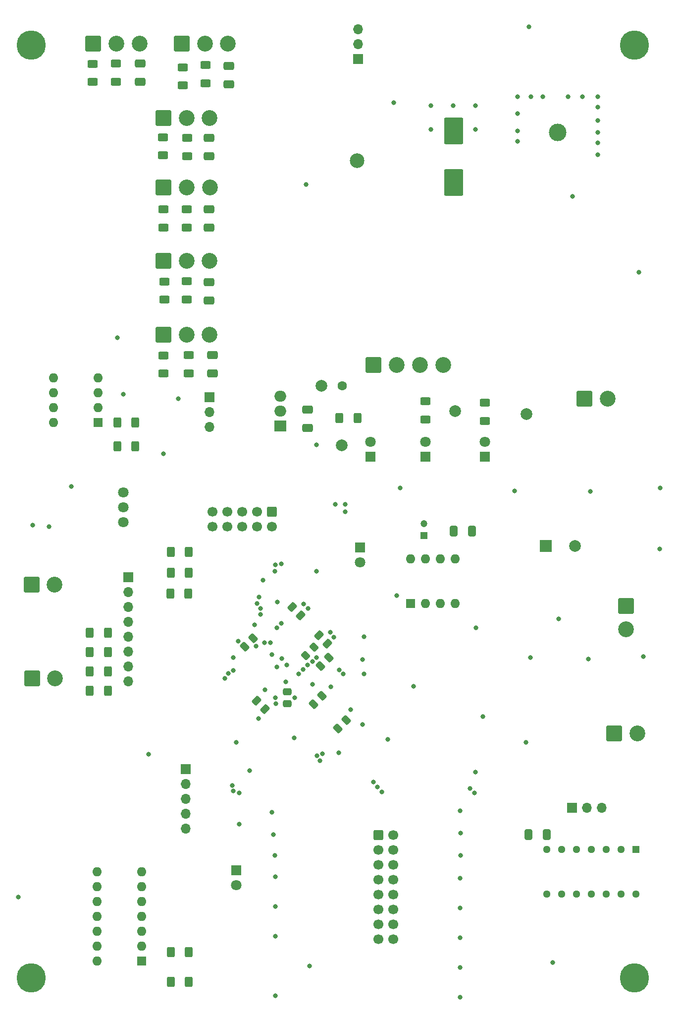
<source format=gbs>
G04 #@! TF.GenerationSoftware,KiCad,Pcbnew,7.0.7*
G04 #@! TF.CreationDate,2023-10-20T13:35:02-04:00*
G04 #@! TF.ProjectId,Schematic,53636865-6d61-4746-9963-2e6b69636164,rev?*
G04 #@! TF.SameCoordinates,Original*
G04 #@! TF.FileFunction,Soldermask,Bot*
G04 #@! TF.FilePolarity,Negative*
%FSLAX46Y46*%
G04 Gerber Fmt 4.6, Leading zero omitted, Abs format (unit mm)*
G04 Created by KiCad (PCBNEW 7.0.7) date 2023-10-20 13:35:02*
%MOMM*%
%LPD*%
G01*
G04 APERTURE LIST*
G04 Aperture macros list*
%AMRoundRect*
0 Rectangle with rounded corners*
0 $1 Rounding radius*
0 $2 $3 $4 $5 $6 $7 $8 $9 X,Y pos of 4 corners*
0 Add a 4 corners polygon primitive as box body*
4,1,4,$2,$3,$4,$5,$6,$7,$8,$9,$2,$3,0*
0 Add four circle primitives for the rounded corners*
1,1,$1+$1,$2,$3*
1,1,$1+$1,$4,$5*
1,1,$1+$1,$6,$7*
1,1,$1+$1,$8,$9*
0 Add four rect primitives between the rounded corners*
20,1,$1+$1,$2,$3,$4,$5,0*
20,1,$1+$1,$4,$5,$6,$7,0*
20,1,$1+$1,$6,$7,$8,$9,0*
20,1,$1+$1,$8,$9,$2,$3,0*%
G04 Aperture macros list end*
%ADD10RoundRect,0.250000X0.400000X0.625000X-0.400000X0.625000X-0.400000X-0.625000X0.400000X-0.625000X0*%
%ADD11C,1.800000*%
%ADD12RoundRect,0.250001X-1.099999X-1.099999X1.099999X-1.099999X1.099999X1.099999X-1.099999X1.099999X0*%
%ADD13C,2.700000*%
%ADD14C,2.000000*%
%ADD15R,1.800000X1.800000*%
%ADD16C,5.000000*%
%ADD17RoundRect,0.250001X-1.099999X1.099999X-1.099999X-1.099999X1.099999X-1.099999X1.099999X1.099999X0*%
%ADD18R,1.600000X1.600000*%
%ADD19O,1.600000X1.600000*%
%ADD20R,1.700000X1.700000*%
%ADD21O,1.700000X1.700000*%
%ADD22R,2.000000X1.905000*%
%ADD23O,2.000000X1.905000*%
%ADD24RoundRect,0.250000X-0.600000X-0.600000X0.600000X-0.600000X0.600000X0.600000X-0.600000X0.600000X0*%
%ADD25C,1.700000*%
%ADD26RoundRect,0.250000X1.400000X-2.000000X1.400000X2.000000X-1.400000X2.000000X-1.400000X-2.000000X0*%
%ADD27RoundRect,0.250000X-1.400000X2.000000X-1.400000X-2.000000X1.400000X-2.000000X1.400000X2.000000X0*%
%ADD28RoundRect,0.250000X-0.600000X0.600000X-0.600000X-0.600000X0.600000X-0.600000X0.600000X0.600000X0*%
%ADD29R,2.000000X2.000000*%
%ADD30R,1.295400X1.295400*%
%ADD31C,1.295400*%
%ADD32R,1.200000X1.200000*%
%ADD33C,1.200000*%
%ADD34RoundRect,0.250000X-0.400000X-0.625000X0.400000X-0.625000X0.400000X0.625000X-0.400000X0.625000X0*%
%ADD35RoundRect,0.250000X0.625000X-0.400000X0.625000X0.400000X-0.625000X0.400000X-0.625000X-0.400000X0*%
%ADD36RoundRect,0.250000X-0.475000X0.337500X-0.475000X-0.337500X0.475000X-0.337500X0.475000X0.337500X0*%
%ADD37RoundRect,0.250000X-0.625000X0.400000X-0.625000X-0.400000X0.625000X-0.400000X0.625000X0.400000X0*%
%ADD38RoundRect,0.250000X-0.574524X-0.097227X-0.097227X-0.574524X0.574524X0.097227X0.097227X0.574524X0*%
%ADD39RoundRect,0.250000X-0.412500X-0.650000X0.412500X-0.650000X0.412500X0.650000X-0.412500X0.650000X0*%
%ADD40RoundRect,0.250000X0.650000X-0.412500X0.650000X0.412500X-0.650000X0.412500X-0.650000X-0.412500X0*%
%ADD41RoundRect,0.250000X0.412500X0.650000X-0.412500X0.650000X-0.412500X-0.650000X0.412500X-0.650000X0*%
%ADD42RoundRect,0.250000X0.097227X-0.574524X0.574524X-0.097227X-0.097227X0.574524X-0.574524X0.097227X0*%
%ADD43RoundRect,0.250000X-0.097227X0.574524X-0.574524X0.097227X0.097227X-0.574524X0.574524X-0.097227X0*%
%ADD44RoundRect,0.250000X-0.650000X0.412500X-0.650000X-0.412500X0.650000X-0.412500X0.650000X0.412500X0*%
%ADD45RoundRect,0.250000X-0.088388X0.548008X-0.548008X0.088388X0.088388X-0.548008X0.548008X-0.088388X0*%
%ADD46C,0.800000*%
%ADD47C,2.500000*%
%ADD48C,1.600000*%
%ADD49C,3.000000*%
G04 APERTURE END LIST*
D10*
X59716000Y-98044000D03*
X56616000Y-98044000D03*
X59716000Y-93980000D03*
X56616000Y-93980000D03*
D11*
X57658000Y-105918000D03*
X57658000Y-108458000D03*
X57658000Y-110998000D03*
D12*
X67645000Y-29337000D03*
D13*
X71605000Y-29337000D03*
X75565000Y-29337000D03*
D14*
X114427000Y-92075000D03*
D15*
X119507000Y-99822000D03*
D11*
X119507000Y-97282000D03*
D12*
X100454500Y-84159000D03*
D13*
X104414500Y-84159000D03*
X108374500Y-84159000D03*
X112334500Y-84159000D03*
D12*
X42057500Y-137668000D03*
D13*
X46017500Y-137668000D03*
D16*
X145003000Y-188818000D03*
X145003000Y-29622000D03*
D17*
X143637000Y-125349000D03*
D13*
X143637000Y-129309000D03*
D18*
X106817000Y-124958000D03*
D19*
X109357000Y-124958000D03*
X111897000Y-124958000D03*
X114437000Y-124958000D03*
X114437000Y-117338000D03*
X111897000Y-117338000D03*
X109357000Y-117338000D03*
X106817000Y-117338000D03*
D20*
X72390000Y-89677000D03*
D21*
X72390000Y-92217000D03*
X72390000Y-94757000D03*
D12*
X64507500Y-41995000D03*
D13*
X68467500Y-41995000D03*
X72427500Y-41995000D03*
D20*
X134381000Y-159766000D03*
D21*
X136921000Y-159766000D03*
X139461000Y-159766000D03*
D22*
X84511000Y-94615000D03*
D23*
X84511000Y-92075000D03*
X84511000Y-89535000D03*
D12*
X41970500Y-121666000D03*
D13*
X45930500Y-121666000D03*
D16*
X41941000Y-188818000D03*
D12*
X141582000Y-147066000D03*
D13*
X145542000Y-147066000D03*
D20*
X58547000Y-120396000D03*
D21*
X58547000Y-122936000D03*
X58547000Y-125476000D03*
X58547000Y-128016000D03*
X58547000Y-130556000D03*
X58547000Y-133096000D03*
X58547000Y-135636000D03*
X58547000Y-138176000D03*
D14*
X126619000Y-92583000D03*
D15*
X76962000Y-170434000D03*
D11*
X76962000Y-172974000D03*
D16*
X41941000Y-29622000D03*
D20*
X68326000Y-153162000D03*
D21*
X68326000Y-155702000D03*
X68326000Y-158242000D03*
X68326000Y-160782000D03*
X68326000Y-163322000D03*
D24*
X101245000Y-164465000D03*
D25*
X103785000Y-164465000D03*
X101245000Y-167005000D03*
X103785000Y-167005000D03*
X101245000Y-169545000D03*
X103785000Y-169545000D03*
X101245000Y-172085000D03*
X103785000Y-172085000D03*
X101245000Y-174625000D03*
X103785000Y-174625000D03*
X101245000Y-177165000D03*
X103785000Y-177165000D03*
X101245000Y-179705000D03*
X103785000Y-179705000D03*
X101245000Y-182245000D03*
X103785000Y-182245000D03*
D12*
X64539000Y-53848000D03*
D13*
X68499000Y-53848000D03*
X72459000Y-53848000D03*
D15*
X99949000Y-99822000D03*
D11*
X99949000Y-97282000D03*
D26*
X114173000Y-52994000D03*
D27*
X114173000Y-44194000D03*
D28*
X83058000Y-109220000D03*
D25*
X83058000Y-111760000D03*
X80518000Y-109220000D03*
X80518000Y-111760000D03*
X77978000Y-109220000D03*
X77978000Y-111760000D03*
X75438000Y-109220000D03*
X75438000Y-111760000D03*
X72898000Y-109220000D03*
X72898000Y-111760000D03*
D12*
X52532000Y-29337000D03*
D13*
X56492000Y-29337000D03*
X60452000Y-29337000D03*
D12*
X136502000Y-89916000D03*
D13*
X140462000Y-89916000D03*
D15*
X98171000Y-115316000D03*
D11*
X98171000Y-117856000D03*
D14*
X91567000Y-87757000D03*
D29*
X129911000Y-115072000D03*
D14*
X134911000Y-115072000D03*
D12*
X64516000Y-78994000D03*
D13*
X68476000Y-78994000D03*
X72436000Y-78994000D03*
D12*
X64516000Y-66421000D03*
D13*
X68476000Y-66421000D03*
X72436000Y-66421000D03*
D15*
X109347000Y-99822000D03*
D11*
X109347000Y-97282000D03*
D30*
X145288000Y-166878000D03*
D31*
X142748000Y-166878000D03*
X140208000Y-166878000D03*
X137668000Y-166878000D03*
X135128000Y-166878000D03*
X132588000Y-166878000D03*
X130048000Y-166878000D03*
X130048000Y-174498000D03*
X132588000Y-174498000D03*
X135128000Y-174498000D03*
X137668000Y-174498000D03*
X140208000Y-174498000D03*
X142748000Y-174498000D03*
X145288000Y-174498000D03*
D18*
X60833000Y-185928000D03*
D19*
X60833000Y-183388000D03*
X60833000Y-180848000D03*
X60833000Y-178308000D03*
X60833000Y-175768000D03*
X60833000Y-173228000D03*
X60833000Y-170688000D03*
X53213000Y-170688000D03*
X53213000Y-173228000D03*
X53213000Y-175768000D03*
X53213000Y-178308000D03*
X53213000Y-180848000D03*
X53213000Y-183388000D03*
X53213000Y-185928000D03*
D32*
X109083000Y-113294000D03*
D33*
X109083000Y-111294000D03*
D18*
X53340000Y-93980000D03*
D19*
X53340000Y-91440000D03*
X53340000Y-88900000D03*
X53340000Y-86360000D03*
X45720000Y-86360000D03*
X45720000Y-88900000D03*
X45720000Y-91440000D03*
X45720000Y-93980000D03*
D14*
X94996000Y-97917000D03*
D20*
X97765000Y-31989000D03*
D21*
X97765000Y-29449000D03*
X97765000Y-26909000D03*
D34*
X51943000Y-133211000D03*
X55043000Y-133211000D03*
D35*
X71755000Y-36094000D03*
X71755000Y-32994000D03*
D36*
X85725000Y-139954000D03*
X85725000Y-142029000D03*
D34*
X51943000Y-136501000D03*
X55043000Y-136501000D03*
D37*
X119507000Y-90652000D03*
X119507000Y-93752000D03*
D38*
X91087377Y-130330377D03*
X92554623Y-131797623D03*
D39*
X114113000Y-112522000D03*
X117238000Y-112522000D03*
D34*
X51943000Y-139791000D03*
X55043000Y-139791000D03*
D35*
X64435000Y-48413000D03*
X64435000Y-45313000D03*
X64562000Y-60732000D03*
X64562000Y-57632000D03*
D40*
X60579000Y-35852500D03*
X60579000Y-32727500D03*
D10*
X68860000Y-116078000D03*
X65760000Y-116078000D03*
X68860000Y-119634000D03*
X65760000Y-119634000D03*
D41*
X130086500Y-164338000D03*
X126961500Y-164338000D03*
D35*
X68626000Y-48540000D03*
X68626000Y-45440000D03*
D42*
X78387377Y-132305623D03*
X79854623Y-130838377D03*
D35*
X67818000Y-36475000D03*
X67818000Y-33375000D03*
X52451000Y-35866000D03*
X52451000Y-32766000D03*
X64562000Y-85650000D03*
X64562000Y-82550000D03*
D38*
X86515377Y-125504377D03*
X87982623Y-126971623D03*
D35*
X64689000Y-73051000D03*
X64689000Y-69951000D03*
D43*
X92808623Y-134140377D03*
X91341377Y-135607623D03*
D35*
X68880000Y-85624000D03*
X68880000Y-82524000D03*
D10*
X68860000Y-189484000D03*
X65760000Y-189484000D03*
D40*
X72309000Y-73190500D03*
X72309000Y-70065500D03*
D34*
X94589000Y-93218000D03*
X97689000Y-93218000D03*
D40*
X75692000Y-36233500D03*
X75692000Y-33108500D03*
D34*
X51943000Y-129921000D03*
X55043000Y-129921000D03*
D40*
X72309000Y-60744500D03*
X72309000Y-57619500D03*
D44*
X89154000Y-91782500D03*
X89154000Y-94907500D03*
D35*
X56388000Y-35840000D03*
X56388000Y-32740000D03*
X68499000Y-60732000D03*
X68499000Y-57632000D03*
X68499000Y-73025000D03*
X68499000Y-69925000D03*
D38*
X80419377Y-141506377D03*
X81886623Y-142973623D03*
D10*
X68785000Y-123190000D03*
X65685000Y-123190000D03*
D40*
X72309000Y-48552500D03*
X72309000Y-45427500D03*
X72944000Y-85636500D03*
X72944000Y-82511500D03*
D42*
X94290754Y-146247246D03*
X95758000Y-144780000D03*
D10*
X68860000Y-184404000D03*
X65760000Y-184404000D03*
D43*
X91637246Y-140645754D03*
X90170000Y-142113000D03*
D37*
X109347000Y-90398000D03*
X109347000Y-93498000D03*
D45*
X90259784Y-132371216D03*
X88810216Y-133820784D03*
D46*
X102870000Y-148082000D03*
X90043000Y-138684000D03*
X95591500Y-109220000D03*
X83693000Y-140970000D03*
X85471000Y-138303000D03*
X93091000Y-129831500D03*
X77343000Y-131318000D03*
X86995000Y-140970000D03*
X88519000Y-124968000D03*
X81881909Y-139666910D03*
X91718965Y-150613968D03*
X85593003Y-135386997D03*
X88392000Y-136144000D03*
X95295826Y-136959788D03*
X94588743Y-136253361D03*
X89201068Y-135404336D03*
X93114913Y-139154500D03*
X87630000Y-136906000D03*
X81153000Y-125746497D03*
X81153000Y-126746000D03*
X90767500Y-150920106D03*
X84751899Y-134328681D03*
X117860299Y-153665701D03*
X83947000Y-135777500D03*
X76448650Y-136308500D03*
X91301500Y-151765000D03*
X117663500Y-157226000D03*
X75630821Y-136887127D03*
X116939000Y-156464000D03*
X75057000Y-137705500D03*
X84644500Y-118110000D03*
X83632176Y-118297824D03*
X83566000Y-119380000D03*
X83951299Y-129027701D03*
X84709000Y-128270000D03*
X84013297Y-124647703D03*
X80843418Y-123846997D03*
X80518000Y-124919645D03*
X81780415Y-131570987D03*
X82804000Y-131572000D03*
X119126000Y-144182500D03*
X134493000Y-55372000D03*
D47*
X97663000Y-49276000D03*
D48*
X95123000Y-87757000D03*
D46*
X124587000Y-105664000D03*
X137160000Y-134366000D03*
X149479000Y-105156000D03*
X132080000Y-127508000D03*
X90037160Y-134856658D03*
X104394000Y-123571000D03*
X137541000Y-105791000D03*
X105029000Y-105156000D03*
X149352000Y-115570000D03*
X117983000Y-129032000D03*
X98552000Y-134493000D03*
X127254000Y-134112000D03*
X146558000Y-133985000D03*
X107315000Y-139065000D03*
X76295803Y-155964596D03*
X100452456Y-155437594D03*
X101092000Y-156205701D03*
X76454000Y-156951500D03*
X77470000Y-157226000D03*
X101906475Y-157057465D03*
X90697506Y-134106359D03*
X39751000Y-175006000D03*
X125095000Y-41275000D03*
X86868000Y-147828000D03*
X93664821Y-130649873D03*
X138811000Y-40132000D03*
X117856000Y-43942000D03*
X103886000Y-39370000D03*
X131064000Y-186182000D03*
X125095000Y-44196000D03*
D49*
X131953000Y-44450000D03*
D46*
X76454000Y-134112000D03*
X98552000Y-145542000D03*
X127381000Y-38354000D03*
X80378960Y-132203819D03*
X67056000Y-89916000D03*
X80137000Y-128524000D03*
X126492000Y-148590000D03*
X77470000Y-162560000D03*
X125095000Y-45974000D03*
X127000000Y-26416000D03*
X57658000Y-89154000D03*
X81534000Y-120904000D03*
X110236000Y-39878000D03*
X138811000Y-48260000D03*
X89281000Y-125730000D03*
X56642000Y-79502000D03*
X110236000Y-43942000D03*
X138811000Y-46228000D03*
X88900000Y-53340000D03*
X133731000Y-38354000D03*
X117856000Y-39878000D03*
X138811000Y-42418000D03*
X98806000Y-136906000D03*
X48768000Y-104902000D03*
X95591500Y-107950000D03*
X80772000Y-144526000D03*
X93892500Y-107950000D03*
X125095000Y-38354000D03*
X129413000Y-38354000D03*
X61976000Y-150622000D03*
X90678000Y-97790000D03*
X64516000Y-99314000D03*
X114046000Y-39878000D03*
X76962000Y-148590000D03*
X138811000Y-38354000D03*
X42164000Y-111506000D03*
X145796000Y-68326000D03*
X136144000Y-38354000D03*
X94488000Y-150368000D03*
X138811000Y-44450000D03*
X79248000Y-153416000D03*
X44958000Y-111760000D03*
X90678000Y-119380000D03*
X96520000Y-143002000D03*
X83058000Y-133604000D03*
X83726695Y-142029000D03*
X98806000Y-130556000D03*
X83058000Y-160528000D03*
X115215000Y-160274000D03*
X83312000Y-164338000D03*
X115316000Y-164084000D03*
X83566000Y-167894000D03*
X115316000Y-167894000D03*
X83693000Y-171577000D03*
X115215000Y-171831000D03*
X83693000Y-176657000D03*
X115215000Y-176911000D03*
X83693000Y-181737000D03*
X115215000Y-181991000D03*
X89535000Y-186817000D03*
X115215000Y-187071000D03*
X83693000Y-191897000D03*
X115215000Y-192151000D03*
M02*

</source>
